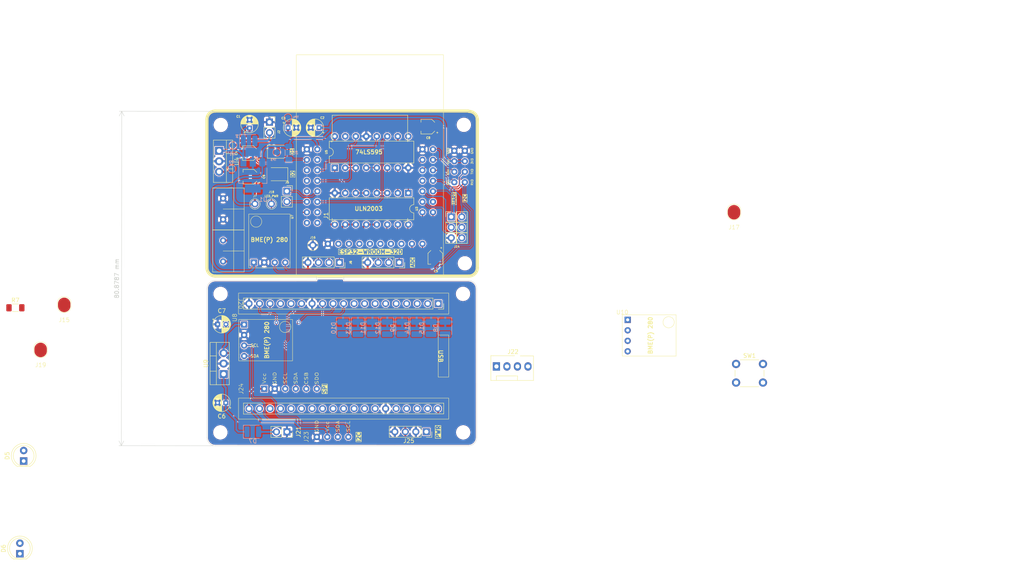
<source format=kicad_pcb>
(kicad_pcb (version 20240108) (generator "pcbnew") (generator_version "8.0")
  (layers (0 "F.Cu" signal) (31 "B.Cu" signal) (34 "B.Paste" user) (35 "F.Paste" user) (36 "B.SilkS" user "B.Silkscreen") (37 "F.SilkS" user "F.Silkscreen") (38 "B.Mask" user) (39 "F.Mask" user) (44 "Edge.Cuts" user))
  (net 0 "")
  (net 1 "GND")
  (net 2 "+3V3")
  (net 3 "+5V")
  (net 4 "/RXD")
  (net 5 "/TXD")
  (net 6 "/SDA")
  (net 7 "/GPIO_33")
  (net 8 "/SCL")
  (net 9 "/OUT3")
  (net 10 "/EN")
  (net 11 "/SOURCE2")
  (net 12 "/SOURCE1")
  (net 13 "/SOURCE3")
  (net 14 "/VDC")
  (net 15 "/DAC1")
  (net 16 "/DAC2")
  (net 17 "/GPIO39")
  (net 18 "/GPIO19")
  (net 19 "/GPIO17")
  (net 20 "/GPIO5")
  (net 21 "/GPIO18")
  (net 22 "/SD_DATA0")
  (net 23 "/ADC2_CH3")
  (net 24 "/SD_DATA3")
  (net 25 "/SD_CMD")
  (net 26 "/SD_CLK")
  (net 27 "/SD_DATA2")
  (net 28 "/SD_DATA1")
  (net 29 "/ADC2_CH0")
  (net 30 "/GPIO23")
  (net 31 "/GPIO36")
  (net 32 "/ADC2_CH2")
  (net 33 "/BOOT")
  (net 34 "/GPIO13")
  (net 35 "/SOURCE4")
  (net 36 "/SOURCE5")
  (net 37 "/SIPO_DATA")
  (net 38 "/SIPO_CLK")
  (net 40 "/SIPO_LATCH")
  (net 41 "/GPIO14")
  (net 43 "/I3")
  (net 44 "/I6")
  (net 45 "/I7")
  (net 46 "/I5")
  (net 47 "/OUT1")
  (net 48 "/VIN")
  (net 49 "/I1")
  (net 52 "Net-(D5-Pad1)")
  (net 53 "Net-(J15-Pin_1)")
  (net 54 "Net-(J19-Pin_1)")
  (net 55 "/OUT2")
  (net 67 "/RX")
  (net 72 "/TX")
  (net 83 "/SCL-2")
  (net 84 "/SDA-2")
  (net 87 "/12V")
  (net 89 "/QB-2")
  (net 90 "/QC-2")
  (net 91 "/QE-2")
  (net 92 "/QA-2")
  (net 93 "/QD-2")
  (net 94 "/QG-2")
  (net 95 "/QH-2")
  (net 96 "/QF-2")
  (net 97 "/SPI-SDO")
  (net 98 "/SPI-CSB")
  (net 99 "/SPI-SCL")
  (net 100 "/SPI-SDA")
  (net 101 "/D23")
  (net 102 "/D18")
  (footprint "Capacitor_THT:CP_Radial_D4.0mm_P2.00mm" (layer "F.Cu") (at 107 44.2 180)
    (property "Reference" "C2")
    (property "Value" "1uF")
  )
  (footprint "LED_SMD:LED_1210_3225Metric_Pad1.42x2.65mm_HandSolder" (layer "F.Cu") (at 97 55.45 180)
    (property "Reference" "D2")
    (property "Value" "STATUS")
  )
  (footprint "Capacitor_SMD:CP_Elec_3x5.3" (layer "F.Cu") (at 90.3 50.35 180)
    (property "Reference" "C4")
    (property "Value" "0.1uF")
  )
  (footprint "Resistor_SMD:R_1206_3216Metric_Pad1.30x1.75mm_HandSolder" (layer "F.Cu") (at 33.612 87.7585)
    (property "Reference" "R7")
    (property "Value" "4K7")
  )
  (footprint "LED_THT:LED_D5.0mm" (layer "F.Cu") (at 34.7 147.25 90)
    (property "Reference" "D6")
    (property "Value" "LED_STATUS")
  )
  (footprint "Button_Switch_THT:SW_PUSH_6mm" (layer "F.Cu") (at 207.8 101.35)
    (property "Reference" "SW1")
    (property "Value" "SW_Push")
  )
  (footprint "Connector:FanPinHeader_1x04_P2.54mm_Vertical" (layer "F.Cu") (at 149.88 101.95)
    (property "Reference" "J22")
    (property "Value" "Conn_01x04_Pin")
  )
  (footprint "Alexander Footprint Library:Pad_1x01_P2.54_SMD" (layer "F.Cu") (at 39.712 102.098)
    (property "Reference" "J19")
    (property "Value" "LED_PWR")
  )
  (footprint "Alexanddr Footprints Library:ESP32-WROOM-Adapter-Socket-2" (layer "F.Cu") (at 119.3 57.04)
    (property "Reference" "J1")
    (property "Value" "~")
  )
  (footprint "Alexander Footprint Library:Pad_1x01_P2.54_SMD" (layer "F.Cu") (at 45.412 91.198)
    (property "Reference" "J15")
    (property "Value" "LED_PWR")
  )
  (footprint "MountingHole:MountingHole_3mm" (layer "F.Cu") (at 142 43.5)
    (property "Reference" "H1" (hide yes))
    (property "Value" "MountingHole_Pad")
  )
  (footprint "Connector_PinSocket_2.54mm:PinSocket_1x02_P2.54mm_Vertical" (layer "F.Cu") (at 99.25 117.775 -90)
    (property "Reference" "J21")
    (property "Value" "PWR")
  )
  (footprint "MountingHole:MountingHole_3mm" (layer "F.Cu") (at 83.25 43.53)
    (property "Reference" "H2" (hide yes))
    (property "Value" "MountingHole_Pad")
  )
  (footprint "Package_DIP:DIP-16_W7.62mm" (layer "F.Cu") (at 128.58 60 -90)
    (property "Reference" "U3")
    (property "Value" "ULN2003")
  )
  (footprint "Alexander Footprints Library:Conn_Terminal_5mm" (layer "F.Cu") (at 83.82 53.69)
    (property "Reference" "J9" (hide yes))
    (property "Value" "Conn_01x02_Socket")
  )
  (footprint "Alexander Footprint Library:Pad_1x01_P2.54_SMD" (layer "F.Cu") (at 207.3 68.7895)
    (property "Reference" "J17")
    (property "Value" "GND")
  )
  (footprint "MountingHole:MountingHole_3mm" (layer "F.Cu") (at 141.85 117.9)
    (property "Reference" "H4" (hide yes))
    (property "Value" "MountingHole_Pad")
  )
  (footprint "Capacitor_THT:CP_Radial_D4.0mm_P2.00mm" (layer "F.Cu") (at 82.5 91.75)
    (property "Reference" "C7")
    (property "Value" "1uF")
  )
  (footprint "Connector_PinSocket_2.54mm:PinSocket_1x04_P2.54mm_Vertical" (layer "F.Cu") (at 132.94 117.75 -90)
    (property "Reference" "J25")
    (property "Value" "PWR_SATA_Conn_01x04")
  )
  (footprint "Capacitor_SMD:CP_Elec_3x5.3" (layer "F.Cu") (at 90.4 56.05 180)
    (property "Reference" "C9")
    (property "Value" "0.1uF")
  )
  (footprint "Package_DIP:DIP-16_W7.62mm" (layer "F.Cu") (at 110.8 53.9 90)
    (property "Reference" "U5")
    (property "Value" "74LS595")
  )
  (footprint "Alexander Footprint Library:PinSocket_1x01_P2.54" (layer "F.Cu") (at 91.5 65.19)
    (property "Reference" "J7")
    (property "Value" "LED_PWR")
  )
  (footprint "Alexander Footprint Library:Conn_SPI" (layer "F.Cu") (at 88.68 107.35 90)
    (property "Reference" "J24")
    (property "Value" "~")
  )
  (footprint "Connector_PinSocket_2.54mm:PinSocket_1x02_P2.54mm_Vertical" (layer "F.Cu") (at 95.025 42.85)
    (property "Reference" "J2")
    (property "Value" "PWR")
  )
  (footprint "Connector_PinSocket_2.54mm:PinSocket_1x04_P2.54mm_Vertical" (layer "F.Cu") (at 111.94 76.8 -90)
    (property "Reference" "J6")
    (property "Value" "SOURCE")
  )
  (footprint "MountingHole:MountingHole_3mm" (layer "F.Cu") (at 83.15 117.9)
    (property "Reference" "H4" (hide yes))
    (property "Value" "MountingHole_Pad")
  )
  (footprint "Connector_PinSocket_2.54mm:PinSocket_1x04_P2.54mm_Vertical" (layer "F.Cu") (at 126.38 76.8 -90)
    (property "Reference" "J10" (hide yes))
    (property "Value" "ADC")
  )
  (footprint "Capacitor_SMD:CP_Elec_3x5.3" (layer "F.Cu") (at 135.1 75.45 -90)
    (property "Reference" "C5")
    (property "Value" "0.1uF")
  )
  (footprint "MountingHole:MountingHole_3mm" (layer "F.Cu") (at 141.8 84.4)
    (property "Reference" "H4" (hide yes))
    (property "Value" "MountingHole_Pad")
  )
  (footprint "Capacitor_THT:CP_Radial_D4.0mm_P2.00mm" (layer "F.Cu") (at 99.5 44.2)
    (property "Reference" "C3")
    (property "Value" "1uF")
  )
  (footprint "Alexander Footprint Library:Conn_ESP32_WROOM-DevKit-38pins" (layer "F.Cu") (at 87.54 86.75 -90)
    (property "Reference" "J20")
    (property "Value" "~")
  )
  (footprint "Capacitor_SMD:CP_Elec_3x5.3" (layer "F.Cu") (at 133.4 43.95 180)
    (property "Reference" "C8")
    (property "Value" "10uF")
  )
  (footprint "Alexander Footprint Library:LD1117" (layer "F.Cu") (at 83.945 103.79 90)
    (property "Reference" "U9")
    (property "Value" "L7805")
  )
  (footprint "Alexander Footprint Library:PinSocket_1x01_P2.54" (layer "F.Cu") (at 95.5 65.19)
    (property "Reference" "J18")
    (property "Value" "LED_PWR")
  )
  (footprint "Alexander Footprint Library:Conn_I2C" (layer "F.Cu") (at 98.84 119 90)
    (property "Reference" "J23")
    (property "Value" "I2C")
  )
  (footprint "Capacitor_THT:CP_Radial_D4.0mm_P2.00mm" (layer "F.Cu") (at 84.4726 110.75 180)
    (property "Reference" "C6")
    (property "Value" "1uF")
  )
  (footprint "Alexander Footprint Library:BME280_BMP280_I2C" (layer "F.Cu") (at 180.3 89.45)
    (property "Reference" "U10")
    (property "Value" "BME(P)280")
  )
  (footprint "MountingHole:MountingHole_3mm" (layer "F.Cu") (at 83.2 84.4)
    (property "Reference" "H4" (hide yes))
    (property "Value" "MountingHole_Pad")
  )
  (footprint "Connector_PinSocket_2.54mm:PinSocket_1x02_P2.54mm_Vertical" (layer "F.Cu") (at 99.225 59.55)
    (property "Reference" "J5")
    (property "Value" "DAC")
  )
  (footprint "Alexander Footprint Library:CONN_2x3" (layer "F.Cu") (at 138.96 60.68)
    (property "Reference" "J14")
    (property "Value" "GPIO")
  )
  (footprint "Alexander Footprints Library:Conn_UART" (layer "F.Cu") (at 139.7 42.15)
    (property "Reference" "J3" (hide yes))
    (property "Value" "UART")
  )
  (footprint "Alexander Footprint Library:PinSocket_1x01_P2.54" (layer "F.Cu") (at 105.5 75.19)
    (property "Reference" "J16")
    (property "Value" "GND")
  )
  (footprint "Capacitor_THT:CP_Radial_D4.0mm_P2.00mm" (layer "F.Cu") (at 90.2 44.3 90)
    (property "Reference" "C1")
    (property "Value" "1uF")
  )
  (footprint "Alexander Footprint Library:BME280_BMP280_I2C" (layer "F.Cu") (at 90 78.1 90)
    (property "Reference" "U7")
    (property "Value" "BME(P)280")
  )
  (footprint "Alexander Footprint Library:LD1117" (layer "F.Cu") (at 82.855 49.77 -90)
    (property "Reference" "U4")
    (property "Value" "L7805")
  )
  (footprint "Alexander Footprints Library:Conn_I2C" (layer "F.Cu") (at 142.24 42.15)
    (property "Reference" "J4" (hide yes))
    (property "Value" "I2C")
  )
  (footprint "LED_THT:LED_D5.0mm" (layer "F.Cu") (at 35.612 124.8335 90)
    (property "Reference" "D5")
    (property "Value" "LED_PWR")
  )
  (footprint "Alexander Footprint Library:BME280_BMP280_I2C" (layer "F.Cu") (at 87.6 90.59)
    (property "Reference" "U8")
    (property "Value" "BME(P)280")
  )
  (footprint "LED_SMD:LED_1210_3225Metric_Pad1.42x2.65mm_HandSolder" (layer "F.Cu") (at 97 50)
    (property "Reference" "D1")
    (property "Value" "PWR")
  )
  (footprint "MountingHole:MountingHole_3mm" (layer "F.Cu") (at 142.25 77)
    (property "Reference" "H4" (hide yes))
    (property "Value" "MountingHole_Pad")
  )
  (footprint "Alexander Footprints Library:Conn_Terminal_5mm" (layer "F.Cu") (at 83.82 63.85)
    (property "Reference" "J8" (hide yes))
    (property "Value" "Conn_01x02_Socket")
  )
  (footprint "TestPoint:TestPoint_Pad_D1.5mm" (layer "B.Cu") (at 99.5 41.75 180)
    (property "Reference" "TP4")
    (property "Value" "5V")
  )
  (footprint "LED_SMD:LED_1210_3225Metric_Pad1.42x2.65mm_HandSolder" (layer "B.Cu") (at 127.1 92.65 -90)
    (property "Reference" "D9")
    (property "Value" "PWR")
  )
  (footprint "TestPoint:TestPoint_Pad_D1.5mm" (layer "B.Cu") (at 96.8 50.15 180)
    (property "Reference" "TP3")
    (property "Value" "3V3")
  )
  (footprint "LED_SMD:LED_1210_3225Metric_Pad1.42x2.65mm_HandSolder" (layer "B.Cu") (at 119.9 92.65 -90)
    (property "Reference" "D11")
    (property "Value" "PWR")
  )
  (footprint "Diode_SMD:D_1210_3225Metric" (layer "B.Cu") (at 91 117.75)
    (property "Reference" "D7")
    (property "Value" "D")
  )
  (footprint "LED_SMD:LED_1210_3225Metric_Pad1.42x2.65mm_HandSolder" (layer "B.Cu") (at 134.1 92.65 -90)
    (property "Reference" "D15")
    (property "Value" "PWR")
  )
  (footprint "Resistor_SMD:R_1206_3216Metric_Pad1.30x1.75mm_HandSolder" (layer "B.Cu") (at 99.7 50.25 -90)
    (property "Reference" "R1")
    (property "Value" "10K")
  )
  (footprint "Diode_SMD:D_1210_3225Metric" (layer "B.Cu") (at 90.1 47.4)
    (property "Reference" "D4")
    (property "Value" "D")
  )
  (footprint "LED_SMD:LED_1210_3225Metric_Pad1.42x2.65mm_HandSolder" (layer "B.Cu") (at 130.6 92.65 -90)
    (property "Reference" "D14")
    (property "Value" "PWR")
  )
  (footprint "TestPoint:TestPoint_Pad_D1.5mm" (layer "B.Cu") (at 86.2 48.45 180)
    (property "Reference" "TP1")
    (property "Value" "VIN")
  )
  (footprint "LED_SMD:LED_1210_3225Metric_Pad1.42x2.65mm_HandSolder" (layer "B.Cu") (at 123.5 92.65 -90)
    (property "Reference" "D12")
    (property "Value" "PWR")
  )
  (footprint "TestPoint:TestPoint_Pad_D1.5mm" (layer "B.Cu") (at 85.9 54.15 180)
    (property "Reference" "TP2")
    (property "Value" "GND")
  )
  (footprint "LED_SMD:LED_1210_3225Metric_Pad1.42x2.65mm_HandSolder" (layer "B.Cu") (at 116.4 92.65 -90)
    (property "Reference" "D13")
    (property "Value" "PWR")
  )
  (footprint "LED_SMD:LED_1210_3225Metric_Pad1.42x2.65mm_HandSolder" (layer "B.Cu") (at 112.8 92.65 -90)
    (property "Reference" "D10")
    (property "Value" "PWR")
  )
  (footprint "Package_TO_SOT_SMD:SOT-223-3_TabPin2" (layer "B.Cu") (at 91 55.75 -90)
    (property "Reference" "U1")
    (property "Value" "MAX1726EUK33")
  )
  (footprint "LED_SMD:LED_1210_3225Metric_Pad1.42x2.65mm_HandSolder" (layer "B.Cu") (at 137.5 92.65 -90)
    (property "Reference" "D8")
    (property "Value" "PWR")
  )
  (gr_line (start 145.25 42.11421) (end 145.25 78.085782) (stroke (width 0.75)) (layer "F.SilkS"))
  (gr_line (start 81.914218 40.164218) (end 143.08579 40.164218) (stroke (width 0.75)) (layer "F.SilkS"))
  (gr_arc (start 145.25 78.085782) (mid 144.66422 79.500007) (end 143.25 80.085782) (stroke (width 0.75)) (layer "F.SilkS"))
  (gr_line (start 79.914218 42.11421) (end 79.914218 78.085782) (stroke (width 0.75)) (layer "F.SilkS"))
  (gr_arc (start 81.914218 80.085782) (mid 80.499999 79.500001) (end 79.914218 78.085782) (stroke (width 0.75)) (layer "F.SilkS"))
  (gr_arc (start 143.25 40.25) (mid 144.664214 40.835786) (end 145.25 42.25) (stroke (width 0.75)) (layer "F.SilkS"))
  (gr_arc (start 79.914218 42.164218) (mid 80.499999 40.749999) (end 81.914218 40.164218) (stroke (width 0.75)) (layer "F.SilkS"))
  (gr_line (start 81.914214 80.085782) (end 143.085786 80.085782) (stroke (width 0.75)) (layer "F.SilkS"))
  (gr_line (start 82.014214 80.235786) (end 106.4 80.25) (stroke (width 0.1)) (layer "Edge.Cuts"))
  (gr_line (start 80 42.25) (end 80.014214 78.235786) (stroke (width 0.1)) (layer "Edge.Cuts"))
  (gr_arc (start 79.921321 83.157107) (mid 80.507106 81.742896) (end 81.921321 81.157107) (stroke (width 0.1)) (layer "Edge.Cuts"))
  (gr_line (start 81.921321 121.128679) (end 143.107107 121.142893) (stroke (width 0.1)) (layer "Edge.Cuts"))
  (gr_arc (start 81.921321 121.128679) (mid 80.507101 120.542899) (end 79.921321 119.128679) (stroke (width 0.1)) (layer "Edge.Cuts"))
  (gr_line (start 143.092893 81.157107) (end 113 81.15) (stroke (width 0.1)) (layer "Edge.Cuts"))
  (gr_arc (start 145.107107 119.142893) (mid 144.521321 120.557107) (end 143.107107 121.142893) (stroke (width 0.1)) (layer "Edge.Cuts"))
  (gr_line (start 106.4 81.15) (end 81.921321 81.157107) (stroke (width 0.1)) (layer "Edge.Cuts"))
  (gr_arc (start 143.185786 40.264214) (mid 144.600004 40.849996) (end 145.185786 42.264214) (stroke (width 0.1)) (layer "Edge.Cuts"))
  (gr_line (start 113 80.25) (end 143.185786 80.235786) (stroke (width 0.1)) (layer "Edge.Cuts"))
  (gr_arc (start 82.014214 80.235786) (mid 80.599996 79.650004) (end 80.014214 78.235786) (stroke (width 0.1)) (layer "Edge.Cuts"))
  (gr_line (start 145.185786 42.264214) (end 145.185786 78.235786) (stroke (width 0.1)) (layer "Edge.Cuts"))
  (gr_arc (start 80 42.25) (mid 80.585786 40.835786) (end 82 40.25) (stroke (width 0.1)) (layer "Edge.Cuts"))
  (gr_line (start 145.107107 119.142893) (end 145.092893 83.157107) (stroke (width 0.1)) (layer "Edge.Cuts"))
  (gr_line (start 79.921321 119.128679) (end 79.921321 83.157107) (stroke (width 0.1)) (layer "Edge.Cuts"))
  (gr_line (start 106.4 81.15) (end 106.4 80.25) (stroke (width 0.1)) (layer "Edge.Cuts"))
  (gr_arc (start 145.185786 78.235786) (mid 144.600004 79.650004) (end 143.185786 80.235786) (stroke (width 0.1)) (layer "Edge.Cuts"))
  (gr_arc (start 143.092893 81.157107) (mid 144.507112 81.742888) (end 145.092893 83.157107) (stroke (width 0.1)) (layer "Edge.Cuts"))
  (gr_line (start 113 81.15) (end 113 80.25) (stroke (width 0.1)) (layer "Edge.Cuts"))
  (gr_line (start 143.185786 40.264214) (end 82 40.25) (stroke (width 0.1)) (layer "Edge.Cuts"))
  (gr_text "SCL" (at 90.4 96.85 0) (layer "F.SilkS") (effects (font (size 0.7 0.7) (thickness 0.125) (bold yes)) (justify left)))
  (gr_text "ADC" (at 130.1 78.05 90) (layer "F.SilkS" knockout) (effects (font (size 0.8 0.8) (thickness 0.2) (bold yes)) (justify left bottom)))
  (gr_text "SDA" (at 90.4 99.45 0) (layer "F.SilkS") (effects (font (size 0.7 0.7) (thickness 0.125) (bold yes)) (justify left)))
  (gr_text "PWR" (at 136.4 119.55 90) (layer "F.SilkS" knockout) (effects (font (size 1 1) (thickness 0.25) (bold yes)) (justify left bottom)))
  (gr_text "74LS595" (at 119.057143 50.1 0) (layer "F.SilkS") (effects (font (size 1 1) (thickness 0.2) (bold yes))))
  (gr_text "ULN2003" (at 115.5 64.374 0) (layer "F.SilkS") (effects (font (size 1 1) (thickness 0.2) (bold yes)) (justify left bottom)))
  (dimension (type aligned) (layer "Edge.Cuts") (pts (xy 81.921321 121.128679) (xy 82 40.25)) (height -22.6907) (gr_text "80.8787 mm" (at 58.119973 80.666146 89.94426182) (layer "Edge.Cuts") (effects (font (size 1 1) (thickness 0.15)))) (format (prefix "") (suffix "") (units 3) (units_format 1) (precision 4)) (style (thickness 0.1) (arrow_length 1.27) (text_position_mode 0) (extension_height 0.58642) (extension_offset 0.5) keep_text_aligned))
  (segment (start 84.21 66) (end 83.82 66.39) (width 0.5) (layer "F.Cu") (net 1))
  (segment (start 91.5 59.65) (end 91.9 59.25) (width 0.5) (layer "F.Cu") (net 2))
  (segment (start 90.08 108.57) (end 90.08 112.15) (width 0.5) (layer "F.Cu") (net 2))
  (segment (start 139.7 52.31) (end 138.56 52.31) (width 0.25) (layer "F.Cu") (net 2))
  (segment (start 91.3 107.35) (end 90.08 108.57) (width 0.5) (layer "F.Cu") (net 2))
  (segment (start 91.9 59.25) (end 91.9 56.05) (width 0.5) (layer "F.Cu") (net 2))
  (segment (start 137.2 43.95) (end 134.9 43.95) (width 0.25) (layer "F.Cu") (net 2))
  (segment (start 138.56 52.31) (end 137.6 51.35) (width 0.25) (layer "F.Cu") (net 2))
  (segment (start 93.76 107.35) (end 91.3 107.35) (width 0.5) (layer "F.Cu") (net 2))
  (segment (start 91.5 62.62) (end 91.5 59.65) (width 0.5) (layer "F.Cu") (net 2))
  (segment (start 137.6 51.35) (end 137.6 44.35) (width 0.25) (layer "F.Cu") (net 2))
  (segment (start 137.6 44.35) (end 137.2 43.95) (width 0.25) (layer "F.Cu") (net 2))
  (segment (start 96.075 48.7) (end 97.525 48.7) (width 0.5) (layer "B.Cu") (net 2))
  (segment (start 109.408578 44.2) (end 107 44.2) (width 0.5) (layer "B.Cu") (net 2))
  (segment (start 93.21 115.25) (end 101 115.25) (width 0.5) (layer "B.Cu") (net 2))
  (segment (start 81.3 75.997918) (end 81.3 59.75104) (width 0.5) (layer "B.Cu") (net 2))
  (segment (start 93.3 54.905025) (end 93.3 52.6) (width 0.5) (layer "B.Cu") (net 2))
  (segment (start 100 48.7) (end 100 48.03033) (width 0.5) (layer "B.Cu") (net 2))
  (segment (start 139.13 52.31) (end 139.7 52.31) (width 0.5) (layer "B.Cu") (net 2))
  (segment (start 138.156949 51.906949) (end 138.03 51.78) (width 0.5) (layer "B.Cu") (net 2))
  (segment (start 109 117.5) (end 109 119) (width 0.5) (layer "B.Cu") (net 2))
  (segment (start 106.6 48.627817) (end 106.6 49.299791) (width 0.5) (layer "B.Cu") (net 2))
  (segment (start 84.202081 78.9) (end 89.990883 78.9) (width 0.5) (layer "B.Cu") (net 2))
  (segment (start 109.75 45) (end 109.75 44.141421) (width 0.5) (layer "B.Cu") (net 2))
  (segment (start 109.75 43.858578) (end 109.75 44.141421) (width 0.5) (layer "B.Cu") (net 2))
  (segment (start 104.722182 46.75) (end 106.277817 46.75) (width 0.5) (layer "B.Cu") (net 2))
  (segment (start 139.7 52.31) (end 142.24 52.31) (width 0.5) (layer "B.Cu") (net 2))
  (segment (start 137.5 50.500466) (end 137.5 43.883883) (width 0.5) (layer "B.Cu") (net 2))
  (segment (start 88.207106 62.75) (end 91.5 62.75) (width 0.5) (layer "B.Cu") (net 2))
  (segment (start 86.5 61.042893) (end 86.5 57.5) (width 0.5) (layer "B.Cu") (net 2))
  (segment (start 106.277817 46.75) (end 108 46.75) (width 0.5) (layer "B.Cu") (net 2))
  (segment (start 101 115.25) (end 102.5 116.75) (width 0.5) (layer "B.Cu") (net 2))
  (segment (start 91.22 77.670883) (end 91.22 76.8) (width 0.5) (layer "B.Cu") (net 2))
  (segment (start 89.455634 56.1) (end 92.105025 56.1) (width 0.5) (layer "B.Cu") (net 2))
  (segment (start 96.075 48.7) (end 95.177817 48.7) (width 0.5) (layer "B.Cu") (net 2))
  (segment (start 90.11 112.15) (end 93.21 115.25) (width 0.5) (layer "B.Cu") (net 2))
  (segment (start 108.25 116.75) (end 109 117.5) (width 0.5) (layer "B.Cu") (net 2))
  (segment (start 104.722182 46.75) (end 101.28033 46.75) (width 0.5) (layer "B.Cu") (net 2))
  (segment (start 108 46.75) (end 109.75 45) (width 0.5) (layer "B.Cu") (net 2))
  (segment (start 96.8 49.425) (end 96.8 50.15) (width 0.25) (layer "B.Cu") (net 2))
  (segment (start 109.75 43.625) (end 109.75 43.858578) (width 0.5) (layer "B.Cu") (net 2))
  (segment (start 110.015165 42.984834) (end 110.5 42.5) (width 0.5) (layer "B.Cu") (net 2))
  (segment (start 93.3 52.6) (end 93.3 50.577817) (width 0.5) (layer "B.Cu") (net 2))
  (segment (start 82.75104 58.3) (end 84.144365 58.3) (width 0.5) (layer "B.Cu") (net 2))
  (segment (start 106.685 49.335) (end 106.77 49.25) (width 0.5) (layer "B.Cu") (net 2))
  (segment (start 102.5 116.75) (end 108.25 116.75) (width 0.5) (layer "B.Cu") (net 2))
  (segment (start 112.31066 41.75) (end 135.366116 41.75) (width 0.5) (layer "B.Cu") (net 2))
  (segment (start 100 48.7) (end 97.525 48.7) (width 0.5) (layer "B.Cu") (net 2))
  (arc (start 136.875 42.375) (mid 137.337567 43.067281) (end 137.5 43.883883) (width 0.5) (layer "B.Cu") (net 2))
  (arc (start 137.5 50.500466) (mid 137.637742 51.192944) (end 138.03 51.78) (width 0.5) (layer "B.Cu") (net 2))
  (arc (start 93.3 54.905025) (mid 93.209037 55.362322) (end 92.95 55.75) (width 0.5) (layer "B.Cu") (net 2))
  (arc (start 86.8 57.2) (mid 85.581584 58.014119) (end 84.144365 58.3) (width 0.5) (layer "B.Cu") (net 2))
  (arc (start 106.6 49.299791) (mid 106.630737 49.345793) (end 106.685 49.335) (width 0.5) (layer "B.Cu") (net 2))
  (arc (start 89.455634 56.1) (mid 88.018415 56.38588) (end 86.8 57.2) (width 0.5) (layer "B.Cu") (net 2))
  (arc (start 86.5 61.042893) (mid 86.629945 61.696174) (end 87 62.25) (width 0.5) (layer "B.Cu") (net 2))
  (arc (start 82.75104 58.3) (mid 82.195751 58.410453) (end 81.725 58.725) (width 0.5) (layer "B.Cu") (net 2))
  (arc (start 92.95 55.75) (mid 92.562322 56.009037) (end 92.105025 56.1) (width 0.5) (layer "B.Cu") (net 2))
  (arc (start 95.177817 48.7) (mid 94.459207 48.84294) (end 93.85 49.25) (width 0.5) (layer "B.Cu") (net 2))
  (arc (start 96.8 49.425) (mid 96.587652 48.912347) (end 96.075 48.7) (width 0.25) (layer "B.Cu") (net 2))
  (arc (start 82.15 78.05) (mid 83.091502 78.679092) (end 84.202081 78.9) (width 0.5) (layer "B.Cu") (net 2))
  (arc (start 110.015165 42.984834) (mid 109.818914 43.278544) (end 109.75 43.625) (width 0.5) (layer "B.Cu") (net 2))
  (arc (start 109.75 44.141421) (mid 109.713838 44.087301) (end 109.65 44.1) (width 0.5) (layer "B.Cu") (net 2))
  (arc (start 136.875 42.375) (mid 136.182718 41.912432) (end 135.366116 41.75) (width 0.5) (layer "B.Cu") (net 2))
  (arc (start 93.85 49.25) (mid 93.44294 49.859207) (end 93.3 50.577817) (width 0.5) (layer "B.Cu") (net 2))
  (arc (start 90.86 78.54) (mid 90.461245 78.806439) (end 89.990883 78.9) (width 0.5) (layer "B.Cu") (net 2))
  (arc (start 109.65 44.1) (mid 109.539234 44.17401) (end 109.408578 44.2) (width 0.5) (layer "B.Cu") (net 2))
  (arc (start 87 62.25) (mid 87.553825 62.620054) (end 88.207106 62.75) (width 0.5) (layer "B.Cu") (net 2))
  (arc (start 81.725 58.725) (mid 81.410453 59.195751) (end 81.3 59.75104) (width 0.5) (layer "B.Cu") (net 2))
  (arc (start 106.05 47.3) (mid 105.440792 46.89294) (end 104.722182 46.75) (width 0.5) (layer "B.Cu") (net 2))
  (arc (start 138.156949 51.906949) (mid 138.603388 52.20525) (end 139.13 52.31) (width 0.5) (layer "B.Cu") (net 2))
  (arc (start 101.28033 46.75) (mid 100.790368 46.847459) (end 100.375 47.125) (width 0.5) (layer "B.Cu") (net 2))
  (arc (start 106.05 47.3) (mid 106.457059 47.909207) (end 106.6 48.627817) (width 0.5) (layer "B.Cu") (net 2))
  (arc (start 106.277817 46.75) (mid 105.980159 46.948888) (end 106.05 47.3) (width 0.5) (layer "B.Cu") (net 2))
  (arc (start 91.22 77.670883) (mid 91.126439 78.141245) (end 90.86 78.54) (width 0.5) (layer "B.Cu") (net 2))
  (arc (start 109.65 44.1) (mid 109.72401 43.989234) (end 109.75 43.858578) (width 0.5) (layer "B.Cu") (net 2))
  (arc (start 112.31066 41.75) (mid 111.330737 41.944918) (end 110.5 42.5) (width 0.5) (layer "B.Cu") (net 2))
  (arc (start 100.375 47.125) (mid 100.097459 47.540368) (end 100 48.03033) (width 0.5) (layer "B.Cu") (net 2))
  (arc (start 81.3 75.997918) (mid 81.520907 77.108496) (end 82.15 78.05) (width 0.5) (layer "B.Cu") (net 2))
  (segment (start 99.5 45.693413) (end 99.5 44.2) (width 0.5) (layer "F.Cu") (net 3))
  (segment (start 98.6375 46.9625) (end 99.2125 46.3875) (width 0.5) (layer "F.Cu") (net 3))
  (segment (start 83.945 98.71) (end 86.21 98.71) (width 0.5) (layer "F.Cu") (net 3))
  (segment (start 86.75 99.25) (end 86.75 100) (width 0.5) (layer "F.Cu") (net 3))
  (segment (start 127.86 116.39) (end 129 115.25) (width 0.5) (layer "F.Cu") (net 3))
  (segment (start 126.04 46.28) (end 126.04 48.251906) (width 0.5) (layer "F.Cu") (net 3))
  (segment (start 108.3 49.803553) (end 108.3 65.537329) (width 0.5) (layer "F.Cu") (net 3))
  (segment (start 108.3 49.803553) (end 108.3 49.096446) (width 0.5) (layer "F.Cu") (net 3))
  (segment (start 129 115.25) (end 135.25 115.25) (width 0.5) (layer "F.Cu") (net 3))
  (segment (start 135.81 114.69) (end 135.81 112.15) (width 0.5) (layer "F.Cu") (net 3))
  (segment (start 110.8 46.28) (end 110.8 48.15) (width 0.5) (layer "F.Cu") (net 3))
  (segment (start 86.75 114.25) (end 87.75 115.25) (width 0.5) (layer "F.Cu") (net 3))
  (segment (start 86.75 100) (end 86.75 114.25) (width 0.5) (layer "F.Cu") (net 3))
  (segment (start 110.8 48.15) (end 110 48.95) (width 0.5) (layer "F.Cu") (net 3))
  (segment (start 88.1 47.25) (end 97.943413 47.25) (width 0.5) (layer "F.Cu") (net 3))
  (segment (start 84.9 54.85) (end 85.4 54.35) (width 0.5) (layer "F.Cu") (net 3))
  (segment (start 126.04 48.251906) (end 125.341906 48.95) (width 0.5) (layer "F.Cu") (net 3))
  (segment (start 85.4 54.35) (end 85.4 49.95) (width 0.5) (layer "F.Cu") (net 3))
  (segment (start 127.86 118.65) (end 127.86 116.39) (width 0.5) (layer "F.Cu") (net 3))
  (segment (start 107.608621 46.675) (end 99.331586 46.675) (width 0.5) (layer "F.Cu") (net 3))
  (segment (start 110 48.95) (end 109.153553 48.95) (width 0.5) (layer "F.Cu") (net 3))
  (segment (start 86.21 98.71) (end 86.75 99.25) (width 0.5) (layer "F.Cu") (net 3))
  (segment (start 108.3 49.096446) (end 108.3 47.366378) (width 0.5) (layer "F.Cu") (net 3))
  (segment (start 109.104574 67.204574) (end 108.91 67.01) (width 0.5) (layer "F.Cu") (net 3))
  (segment (start 110.8 46.355) (end 110.725 46.28) (width 0.5) (layer "F.Cu") (net 3))
  (segment (start 135.25 115.25) (end 135.81 114.69) (width 0.5) (layer "F.Cu") (net 3))
  (segment (start 110.1075 67.62) (end 110.695 67.62) (width 0.5) (layer "F.Cu") (net 3))
  (segment (start 82.855 54.85) (end 84.9 54.85) (width 0.5) (layer "F.Cu") (net 3))
  (segment (start 85.4 49.95) (end 88.1 47.25) (width 0.5) (layer "F.Cu") (net 3))
  (segment (start 87.75 115.25) (end 129 115.25) (width 0.5) (layer "F.Cu") (net 3))
  (segment (start 125.341906 48.95) (end 110 48.95) (width 0.5) (layer "F.Cu") (net 3))
  (arc (start 108.0975 46.8775) (mid 108.247371 47.101799) (end 108.3 47.366378) (width 0.5) (layer "F.Cu") (net 3))
  (arc (start 108.3 65.537329) (mid 108.458533 66.334332) (end 108.91 67.01) (width 0.5) (layer "F.Cu") (net 3))
  (arc (start 97.943413 47.25) (mid 98.31905 47.175281) (end 98.6375 46.9625) (width 0.5) (layer "F.Cu") (net 3))
  (arc (start 99.2125 46.3875) (mid 99.175992 46.571035) (end 99.331586 46.675) (width 0.5) (layer "F.Cu") (net 3))
  (arc (start 108.0975 46.8775) (mid 107.8732 46.727628) (end 107.608621 46.675) (width 0.5) (layer "F.Cu") (net 3))
  (arc (start 109.104574 67.204574) (mid 109.56472 67.512034) (end 110.1075 67.62) (width 0.5) (layer "F.Cu") (net 3))
  (arc (start 108.55 49.2) (mid 108.364972 49.476912) (end 108.3 49.803553) (width 0.5) (layer "F.Cu") (net 3))
  (arc (start 108.3 49.096446) (mid 108.390403 49.231745) (end 108.55 49.2) (width 0.5) (layer "F.Cu") (net 3))
  (arc (start 99.331586 46.675) (mid 98.955949 46.749718) (end 98.6375 46.9625) (width 0.5) (layer "F.Cu") (net 3))
  (arc (start 109.153553 48.95) (mid 108.826912 49.014972) (end 108.55 49.2) (width 0.5) (layer "F.Cu") (net 3))
  (arc (start 99.5 45.693413) (mid 99.425281 46.06905) (end 99.2125 46.3875) (width 0.5) (layer "F.Cu") (net 3))
  (segment (start 83.945 97.305) (end 84.5 96.75) (width 0.5) (layer "B.Cu") (net 3))
  (segment (start 84.5 94.05) (end 84.5 91.75) (width 0.5) (layer "B.Cu") (net 3))
  (segment (start 88.9 91.81) (end 86.74 91.81) (width 0.5) (layer "B.Cu") (net 3))
  (segment (start 83.945 98.71) (end 83.945 97.305) (width 0.5) (layer "B.Cu") (net 3))
  (segment (start 86.74 91.81) (end 84.5 94.05) (width 0.5) (layer "B.Cu") (net 3))
  (segment (start 84.5 96.75) (end 84.5 94.05) (width 0.5) (layer "B.Cu") (net 3))
  (segment (start 99.5 42.25) (end 99.5 44.2) (width 0.25) (layer "B.Cu") (net 3))
  (segment (start 139.7 57.35) (end 139.7 57.39) (width 0.25) (layer "F.Cu") (net 4))
  (segment (start 133.25 53.25) (end 135.6 53.25) (width 0.25) (layer "F.Cu") (net 4))
  (segment (start 135.6 53.25) (end 139.7 57.35) (width 0.25) (layer "F.Cu") (net 4))
  (segment (start 132 54.5) (end 133.25 53.25) (width 0.25) (layer "F.Cu") (net 4))
  (segment (start 140.3 57.45) (end 139.3 57.45) (width 0.25) (layer "F.Cu") (net 4))
  (segment (start 136.61 51.96) (end 134.54 51.96) (width 0.25) (layer "F.Cu") (net 5))
  (segment (start 134.74 51.79) (end 134.62 51.91) (width 0.25) (layer "F.Cu") (net 5))
  (segment (start 139.5 54.85) (end 136.61 51.96) (width 0.25) (layer "F.Cu") (net 5))
  (segment (start 139.7 54.85) (end 139.5 54.85) (width 0.25) (layer "F.Cu") (net 5))
  (segment (start 138.59 58.55) (end 140.4 58.55) (width 0.25) (layer "F.Cu") (net 6))
  (segment (start 136.213604 54.5) (end 138 56.286396) (width 0.25) (layer "F.Cu") (net 6))
  (segment (start 138 57.96) (end 138.59 58.55) (width 0.25) (layer "F.Cu") (net 6))
  (segment (start 140.9 56.19) (end 142.24 54.85) (width 0.25) (layer "F.Cu") (net 6))
  (segment (start 140.9 58.05) (end 140.9 56.19) (width 0.25) (layer "F.Cu") (net 6))
  (segment (start 134.54 54.5) (end 136.213604 54.5) (width 0.25) (layer "F.Cu") (net 6))
  (segment (start 138 56.286396) (end 138 57.96) (width 0.25) (layer "F.Cu") (net 6))
  (segment (start 142.24 54.85) (end 142.24 55.51) (width 0.25) (layer "F.Cu") (net 6))
  (segment (start 140.4 58.55) (end 140.9 58.05) (width 0.25) (layer "F.Cu") (net 6))
  (segment (start 141.79 58.74) (end 141 57.95) (width 0.25) (layer "B.Cu") (net 6))
  (segment (start 140.418198 72.781802) (end 143.281802 72.781802) (width 0.25) (layer "B.Cu") (net 6))
  (segment (start 98.84 76.8) (end 98.84 78.09) (width 0.25) (layer "B.Cu") (net 6))
  (segment (start 143.55 64.45) (end 141.79 62.69) (width 0.25) (layer "B.Cu") (net 6))
  (segment (start 134.55 78.65) (end 140.418198 72.781802) (width 0.25) (layer "B.Cu") (net 6))
  (segment (start 141.79 62.69) (end 141.79 58.74) (width 0.25) (layer "B.Cu") (net 6))
  (segment (start 141 56.09) (end 142.24 54.85) (width 0.25) (layer "B.Cu") (net 6))
  (segment (start 98.84 78.09) (end 99.4 78.65) (width 0.25) (layer "B.Cu") (net 6))
  (segment (start 99.4 78.65) (end 134.55 78.65) (width 0.25) (layer "B.Cu") (net 6))
  (segment (start 143.281802 72.781802) (end 143.55 72.513604) (width 0.25) (layer "B.Cu") (net 6))
  (segment (start 143.55 72.513604) (end 143.55 64.45) (width 0.25) (layer "B.Cu") (net 6))
  (segment (start 141 57.95) (end 141 56.09) (width 0.25) (layer "B.Cu") (net 6))
  (segment (start 103.97 59.53) (end 104.14 59.53) (width 0.25) (layer "F.Cu") (net 7))
  (segment (start 137.55 58.146396) (end 138.403604 59) (width 0.25) (layer "F.Cu") (net 8))
  (segment (start 131.5 55.75) (end 136.75 55.75) (width 0.25) (layer "F.Cu") (net 8))
  (segment (start 140.63 59) (end 142.24 57.39) (width 0.25) (layer "F.Cu") (net 8))
  (segment (start 136.75 55.75) (end 137.55 56.55) (width 0.25) (layer "F.Cu") (net 8))
  (segment (start 137.55 56.55) (end 137.55 58.146396) (width 0.25) (layer "F.Cu") (net 8))
  (segment (start 130.745 54.995) (end 131.5 55.75) (width 0.25) (layer "F.Cu") (net 8))
  (segment (start 130.745 53.245) (end 130.745 54.995) (width 0.25) (layer "F.Cu") (net 8))
  (segment (start 132.08 51.91) (end 130.745 53.245) (width 0.25) (layer "F.Cu") (net 8))
  (segment (start 138.403604 59) (end 140.63 59) (width 0.25) (layer "F.Cu") (net 8))
  (segment (start 143.4 73.3) (end 144 72.7) (width 0.25) (layer "B.Cu") (net 8))
  (segment (start 96.95 79.1) (end 134.8 79.1) (width 0.25) (layer "B.Cu") (net 8))
  (segment (start 96.3 76.8) (end 96.3 78.45) (width 0.25) (layer "B.Cu") (net 8))
  (segment (start 144 72.7) (end 144 64.263604) (width 0.25) (layer "B.Cu") (net 8))
  (segment (start 142.24 62.503604) (end 142.24 57.39) (width 0.25) (layer "B.Cu") (net 8))
  (segment (start 96.3 78.45) (end 96.95 79.1) (width 0.25) (layer "B.Cu") (net 8))
  (segment (start 134.8 79.1) (end 140.6 73.3) (width 0.25) (layer "B.Cu") (net 8))
  (segment (start 144 64.263604) (end 142.24 62.503604) (width 0.25) (layer "B.Cu") (net 8))
  (segment (start 140.6 73.3) (end 143.4 73.3) (width 0.25) (layer "B.Cu") (net 8))
  (segment (start 103.27 52.75) (end 104.06 51.96) (width 0.25) (layer "F.Cu") (net 10))
  (segment (start 91.8 52.25) (end 92.3 52.75) (width 0.25) (layer "F.Cu") (net 10))
  (segment (start 92.3 52.75) (end 103.27 52.75) (width 0.25) (layer "F.Cu") (net 10))
  (segment (start 103.72 52.3) (end 104.06 51.96) (width 0.25) (layer "F.Cu") (net 10))
  (segment (start 91.8 50.35) (end 91.8 52.25) (width 0.25) (layer "F.Cu") (net 10))
  (segment (start 100 51.8) (end 103.9 51.8) (width 0.25) (layer "B.Cu") (net 10))
  (segment (start 103.9 51.8) (end 104.06 51.96) (width 0.25) (layer "B.Cu") (net 10))
  (segment (start 113.235 67.62) (end 115.775 67.62) (width 0.5) (layer "F.Cu") (net 11))
  (segment (start 99 73.1) (end 102.7 69.4) (width 0.5) (layer "F.Cu") (net 11))
  (segment (start 86.37 71.47) (end 88 73.1) (width 0.5) (layer "F.Cu") (net 11))
  (segment (start 102.7 69.4) (end 111.455 69.4) (width 0.5) (layer "F.Cu") (net 11))
  (segment (start 88 73.1) (end 99 73.1) (width 0.5) (layer "F.Cu") (net 11))
  (segment (start 83.82 71.47) (end 86.37 71.47) (width 0.5) (layer "F.Cu") (net 11))
  (segment (start 111.455 69.4) (end 113.235 67.62) (width 0.5) (layer "F.Cu") (net 11))
  (segment (start 86.275 76.55) (end 88.075 74.75) (width 0.5) (layer "F.Cu") (net 12))
  (segment (start 104.4 70.1) (end 115.835 70.1) (width 0.5) (layer "F.Cu") (net 12))
  (segment (start 99.75 74.75) (end 104.4 70.1) (width 0.5) (layer "F.Cu") (net 12))
  (segment (start 118.315 67.62) (end 120.855 67.62) (width 0.5) (layer "F.Cu") (net 12))
  (segment (start 83.82 76.55) (end 86.275 76.55) (width 0.5) (layer "F.Cu") (net 12))
  (segment (start 115.835 70.1) (end 118.315 67.62) (width 0.5) (layer "F.Cu") (net 12))
  (segment (start 88.075 74.75) (end 99.75 74.75) (width 0.5) (layer "F.Cu") (net 12))
  (segment (start 128.475 67.62) (end 128.475 68.825) (width 0.25) (layer "F.Cu") (net 13))
  (segment (start 125.7 72.8) (end 124.55 73.95) (width 0.25) (layer "F.Cu") (net 13))
  (segment (start 111.94 75.26) (end 111.94 76.8) (width 0.25) (layer "F.Cu") (net 13))
  (segment (start 124.55 73.95) (end 118.622792 73.95) (width 0.25) (layer "F.Cu") (net 13))
  (segment (start 128.475 68.825) (end 125.7 71.6) (width 0.25) (layer "F.Cu") (net 13))
  (segment (start 125.7 71.6) (end 125.7 72.8) (width 0.25) (layer "F.Cu") (net 13))
  (segment (start 117.872792 74.7) (end 112.5 74.7) (width 0.25) (layer "F.Cu") (net 13))
  (segment (start 112.5 74.7) (end 111.94 75.26) (width 0.25) (layer "F.Cu") (net 13))
  (segment (start 118.622792 73.95) (end 117.872792 74.7) (width 0.25) (layer "F.Cu") (net 13))
  (segment (start 96.71 117.775) (end 92.425 117.775) (width 0.5) (layer "B.Cu") (net 14))
  (segment (start 92.425 117.775) (end 92.4 117.75) (width 0.5) (layer "B.Cu") (net 14))
  (segment (start 95.025 46.674479) (end 95.025 45.39) (width 0.5) (layer "B.Cu") (net 14))
  (segment (start 94.299479 47.4) (end 91.5 47.4) (width 0.5) (layer "B.Cu") (net 14))
  (arc (start 95.025 46.674479) (mid 94.969773 46.952124) (end 94.8125 47.1875) (width 0.5) (layer "B.Cu") (net 14))
  (arc (start 94.8125 47.1875) (mid 94.577124 47.344773) (end 94.299479 47.4) (width 0.5) (layer "B.Cu") (net 14))
  (segment (start 105.38 60.8) (end 106.6 59.58) (width 0.25) (layer "B.Cu") (net 15))
  (segment (start 99.225 59.55) (end 101.8 59.55) (width 0.25) (layer "B.Cu") (net 15))
  (segment (start 103.05 60.8) (end 105.38 60.8) (width 0.25) (layer "B.Cu") (net 15))
  (segment (start 101.8 59.55) (end 103.05 60.8) (width 0.25) (layer "B.Cu") (net 15))
  (segment (start 99.225 62.09) (end 100.97 62.09) (width 0.25) (layer "B.Cu") (net 16))
  (segment (start 100.97 62.09) (end 101 62.12) (width 0.25) (layer "B.Cu") (net 16))
  (segment (start 104.03 62.09) (end 104.06 62.12) (width 0.25) (layer "B.Cu") (net 16))
  (segment (start 104.06 62.12) (end 101 62.12) (width 0.25) (layer "B.Cu") (net 16))
  (segment (start 141.5 68.3) (end 140.2 67) (width 0.25) (layer "B.Cu") (net 18))
  (segment (start 136.69 56.99) (end 134.62 56.99) (width 0.25) (layer "B.Cu") (net 18))
  (segment (start 140.2 60.5) (end 136.69 56.99) (width 0.25) (layer "B.Cu") (net 18))
  (segment (start 140.2 67) (end 140.2 60.5) (width 0.25) (layer "B.Cu") (net 18))
  (segment (start 141.5 70.84) (end 140.16 69.5) (width 0.25) (layer "B.Cu") (net 19))
  (segment (start 137.7 69.5) (end 137.1 68.9) (width 0.25) (layer "B.Cu") (net 19))
  (segment (start 140.16 69.5) (end 137.7 69.5) (width 0.25) (layer "B.Cu") (net 19))
  (segment (start 137.1 68.9) (end 137.1 63.84) (width 0.25) (layer "B.Cu") (net 19))
  (segment (start 133.41 63.4) (end 132.08 62.07) (width 0.25) (layer "B.Cu") (net 19))
  (segment (start 137.1 63.84) (end 136.66 63.4) (width 0.25) (layer "B.Cu") (net 19))
  (segment (start 136.66 63.4) (end 133.41 63.4) (width 0.25) (layer "B.Cu") (net 19))
  (segment (start 138.96 65.76) (end 138.96 60.61) (width 0.25) (layer "B.Cu") (net 20))
  (segment (start 137.88 59.53) (end 134.62 59.53) (width 0.25) (layer "B.Cu") (net 20))
  (segment (start 138.96 60.61) (end 137.88 59.53) (width 0.25) (layer "B.Cu") (net 20))
  (segment (start 133.35 60.8) (end 132.08 59.53) (width 0.25) (layer "B.Cu") (net 21))
  (segment (start 138.96 68.3) (end 137.6 66.94) (width 0.25) (layer "B.Cu") (net 21))
  (segment (start 136.75 60.8) (end 133.35 60.8) (width 0.25) (layer "B.Cu") (net 21))
  (segment (start 137.6 66.94) (end 137.6 61.65) (width 0.25) (layer "B.Cu") (net 21))
  (segment (start 137.6 61.65) (end 136.75 60.8) (width 0.25) (layer "B.Cu") (net 21))
  (segment (start 128.85 74.05) (end 129.46 73.44) (width 0.25) (layer "F.Cu") (net 23))
  (segment (start 125.722792 74.05) (end 128.85 74.05) (width 0.25) (layer "F.Cu") (net 23))
  (segment (start 129.46 73.44) (end 129.46 72.28) (width 0.25) (layer "F.Cu") (net 23))
  (segment (start 123.84 76.8) (end 123.84 75.56) (width 0.25) (layer "F.Cu") (net 23))
  (segment (start 123.84 75.56) (end 124.55 74.85) (width 0.25) (layer "F.Cu") (net 23))
  (segment (start 124.922792 74.85) (end 125.722792 74.05) (width 0.25) (layer "F.Cu") (net 23))
  (segment (start 124.55 74.85) (end 124.922792 74.85) (width 0.25) (layer "F.Cu") (net 23))
  (segment (start 121.3 75.2) (end 122.1 74.4) (width 0.25) (layer "F.Cu") (net 29))
  (segment (start 124.736396 74.4) (end 125.536396 73.6) (width 0.25) (layer "F.Cu") (net 29))
  (segment (start 125.536396 73.6) (end 127.5 73.6) (width 0.25) (layer "F.Cu") (net 29))
  (segment (start 132 67.2) (end 132 64.66) (width 0.25) (layer "F.Cu") (net 29))
  (segment (start 127.5 73.6) (end 128.2 72.9) (width 0.25) (layer "F.Cu") (net 29))
  (segment (start 128.2 71) (end 132 67.2) (width 0.25) (layer "F.Cu") (net 29))
  (segment (start 122.1 74.4) (end 124.736396 74.4) (width 0.25) (layer "F.Cu") (net 29))
  (segment (start 128.2 72.9) (end 128.2 71) (width 0.25) (layer "F.Cu") (net 29))
  (segment (start 121.3 76.8) (end 121.3 75.2) (width 0.25) (layer "F.Cu") (net 29))
  (segment (start 141.34 60.89) (end 137.95 57.5) (width 0.25) (layer "B.Cu") (net 30))
  (segment (start 136.4 51.7) (end 136.4 49.9) (width 0.25) (layer "B.Cu") (net 30))
  (segment (start 141.34 62.876396) (end 141.34 60.89) (width 0.25) (layer "B.Cu") (net 30))
  (segment (start 137.95 53.25) (end 136.4 51.7) (width 0.25) (layer "B.Cu") (net 30))
  (segment (start 135.1 49.85) (end 134.62 49.37) (width 0.25) (layer "B.Cu") (net 30))
  (segment (start 136.4 49.9) (end 135.92 49.42) (width 0.25) (layer "B.Cu") (net 30))
  (segment (start 135.92 49.42) (end 134.54 49.42) (width 0.25) (layer "B.Cu") (net 30))
  (segment (start 141.5 63.036396) (end 141.34 62.876396) (width 0.25) (layer "B.Cu") (net 30))
  (segment (start 137.95 57.5) (end 137.95 53.25) (width 0.25) (layer "B.Cu") (net 30))
  (segment (start 141.5 65.76) (end 141.5 63.036396) (width 0.25) (layer "B.Cu") (net 30))
  (segment (start 126.38 75.12) (end 127 74.5) (width 0.25) (layer "F.Cu") (net 32))
  (segment (start 132 73.9) (end 132 72.28) (width 0.25) (layer "F.Cu") (net 32))
  (segment (start 127 74.5) (end 131.4 74.5) (width 0.25) (layer "F.Cu") (net 32))
  (segment (start 131.4 74.5) (end 132 73.9) (width 0.25) (layer "F.Cu") (net 32))
  (segment (start 126.38 76.8) (end 126.38 75.12) (width 0.25) (layer "F.Cu") (net 32))
  (segment (start 135.1 66.4) (end 135.1 73.95) (width 0.25) (layer "F.Cu") (net 33))
  (segment (start 134.77 64.89) (end 134.54 64.66) (width 0.25) (layer "F.Cu") (net 33))
  (segment (start 134.54 65.84) (end 135.1 66.4) (width 0.25) (layer "F.Cu") (net 33))
  (segment (start 134.5 64.7) (end 134.54 64.66) (width 0.25) (layer "F.Cu") (net 33))
  (segment (start 134.54 64.66) (end 134.54 65.84) (width 0.25) (layer "F.Cu") (net 33))
  (segment (start 125.935 67.62) (end 125.935 68.865) (width 0.25) (layer "F.Cu") (net 35))
  (segment (start 117.686396 74.25) (end 110.25 74.25) (width 0.25) (layer "F.Cu") (net 35))
  (segment (start 118.436396 73.5) (end 117.686396 74.25) (width 0.25) (layer "F.Cu") (net 35))
  (segment (start 109.4 75.1) (end 109.4 76.8) (width 0.25) (layer "F.Cu") (net 35))
  (segment (start 125.935 68.865) (end 123.2 71.6) (width 0.25) (layer "F.Cu") (net 35))
  (segment (start 123.2 72.7) (end 122.4 73.5) (width 0.25) (layer "F.Cu") (net 35))
  (segment (start 123.2 71.6) (end 123.2 72.7) (width 0.25) (layer "F.Cu") (net 35))
  (segment (start 122.4 73.5) (end 118.436396 73.5) (width 0.25) (layer "F.Cu") (net 35))
  (segment (start 110.25 74.25) (end 109.4 75.1) (width 0.25) (layer "F.Cu") (net 35))
  (segment (start 123.395 69.405) (end 121.9 70.9) (width 0.25) (layer "F.Cu") (net 36))
  (segment (start 118.1 73.2) (end 117.5 73.8) (width 0.25) (layer "F.Cu") (net 36))
  (segment (start 106.86 74.84) (end 106.86 76.8) (width 0.25) (layer "F.Cu") (net 36))
  (segment (start 121.9 70.9) (end 118.7 70.9) (width 0.25) (layer "F.Cu") (net 36))
  (segment (start 118.1 71.5) (end 118.1 73.2) (width 0.25) (layer "F.Cu") (net 36))
  (segment (start 123.395 67.62) (end 123.395 69.405) (width 0.25) (layer "F.Cu") (net 36))
  (segment (start 107.9 73.8) (end 106.86 74.84) (width 0.25) (layer "F.Cu") (net 36))
  (segment (start 118.7 70.9) (end 118.1 71.5) (width 0.25) (layer "F.Cu") (net 36))
  (segment (start 117.5 73.8) (end 107.9 73.8) (width 0.25) (layer "F.Cu") (net 36))
  (segment (start 115.88 47.77) (end 115.35 48.3) (width 0.25) (layer "B.Cu") (net 37))
  (segment (start 114.1 48.95) (end 114.1 51.65) (width 0.25) (layer "B.Cu") (net 37))
  (segment (start 108.5 52.85) (end 108.5 53.9925) (width 0.25) (layer "B.Cu") (net 37))
  (segment (start 115.35 48.3) (end 114.75 48.3) (width 0.25) (layer "B.Cu") (net 37))
  (segment (start 109.1 52.25) (end 108.5 52.85) (width 0.25) (layer "B.Cu") (net 37))
  (segment (start 113.5 52.25) (end 109.1 52.25) (width 0.25) (layer "B.Cu") (net 37))
  (segment (start 115.88 46.28) (end 115.88 47.77) (width 0.25) (layer "B.Cu") (net 37))
  (segment (start 108.5 53.9925) (end 107.9925 54.5) (width 0.25) (layer "B.Cu") (net 37))
  (segment (start 114.75 48.3) (end 114.1 48.95) (width 0.25) (layer "B.Cu") (net 37))
  (segment (start 114.1 51.65) (end 113.5 52.25) (width 0.25) (layer "B.Cu") (net 37))
  (segment (start 107.9925 54.5) (end 106.6 54.5) (width 0.25) (layer "B.Cu") (net 37))
  (segment (start 123.425 46.28) (end 122.25 47.455) (width 0.25) (layer "B.Cu") (net 38))
  (segment (start 121.38 62.12) (end 106.6 62.12) (width 0.25) (layer "B.Cu") (net 38))
  (segment (start 122.25 61.25) (end 121.38 62.12) (width 0.25) (layer "B.Cu") (net 38))
  (segment (start 122.25 47.455) (end 122.25 61.25) (width 0.25) (layer "B.Cu") (net 38))
  (segment (start 120.885 48.165) (end 120.885 46.28) (width 0.25) (layer "B.Cu") (net 40))
  (segment (start 106.6 57.04) (end 113.96 57.04) (width 0.25) (layer "B.Cu") (net 40))
  (segment (start 114.6 49.336396) (end 115.186396 48.75) (width 0.25) (layer "B.Cu") (net 40))
  (segment (start 113.96 57.04) (end 114.6 56.4) (width 0.25) (layer "B.Cu") (net 40))
  (segment (start 114.6 56.4) (end 114.6 49.336396) (width 0.25) (layer "B.Cu") (net 40))
  (segment (start 115.186396 48.75) (end 120.3 48.75) (width 0.25) (layer "B.Cu") (net 40))
  (segment (start 120.3 48.75) (end 120.885 48.165) (width 0.25) (layer "B.Cu") (net 40))
  (segment (start 104.06 64.66) (end 103.2 64.66) (width 0.25) (layer "F.Cu") (net 41))
  (segment (start 103.2 64.66) (end 103.11 64.66) (width 0.25) (layer "F.Cu") (net 41))
  (segment (start 95.5 54.8625) (end 95.5125 54.85) (width 0.25) (layer "F.Cu") (net 41))
  (segment (start 95.5 62.75) (end 95.5 64.15) (width 0.25) (layer "F.Cu") (net 41))
  (segment (start 95.5 55.4625) (end 95.5125 55.45) (width 0.25) (layer "F.Cu") (net 41))
  (segment (start 95.5 62.62) (end 95.5 55.4625) (width 0.25) (layer "F.Cu") (net 41))
  (segment (start 96.01 64.66) (end 103.2 64.66) (width 0.25) (layer "F.Cu") (net 41))
  (segment (start 95.5 64.15) (end 96.01 64.66) (width 0.25) (layer "F.Cu") (net 41))
  (segment (start 126.04 58.29) (end 126.04 60) (width 0.25) (layer "F.Cu") (net 43))
  (segment (start 123.5 53.9) (end 123.5 55.75) (width 0.25) (layer "F.Cu") (net 43))
  (segment (start 123.5 55.75) (end 126.04 58.29) (width 0.25) (layer "F.Cu") (net 43))
  (segment (start 126.04 55.79) (end 128.58 58.33) (width 0.25) (layer "F.Cu") (net 44))
  (segment (start 128.58 58.33) (end 128.58 60) (width 0.25) (layer "F.Cu") (net 44))
  (segment (start 126.04 53.9) (end 126.04 55.79) (width 0.25) (layer "F.Cu") (net 44))
  (segment (start 115.88 60) (end 118.42 60) (width 0.25) (layer "F.Cu") (net 45))
  (segment (start 113.34 53.9) (end 115.88 53.9) (width 0.25) (layer "F.Cu") (net 45))
  (segment (start 115.88 53.9) (end 115.88 60) (width 0.25) (layer "F.Cu") (net 45))
  (segment (start 120.96 53.9) (end 120.96 60) (width 0.25) (layer "F.Cu") (net 46))
  (segment (start 118.42 53.9) (end 120.96 53.9) (width 0.25) (layer "F.Cu") (net 46))
  (segment (start 120.96 60) (end 123.5 60) (width 0.25) (layer "F.Cu") (net 46))
  (segment (start 89.5 46.25) (end 87.71 46.25) (width 0.5) (layer "F.Cu") (net 48))
  (segment (start 87.71 46.25) (end 84.19 49.77) (width 0.5) (layer "F.Cu") (net 48))
  (segment (start 90.2 45.55) (end 89.5 46.25) (width 0.5) (layer "F.Cu") (net 48))
  (segment (start 84.19 49.77) (end 82.855 49.77) (width 0.5) (layer "F.Cu") (net 48))
  (segment (start 90.2 44.3) (end 90.2 45.55) (width 0.5) (layer "F.Cu") (net 48))
  (segment (start 88.7 50.546446) (end 88.7 51.253553) (width 0.5) (layer "B.Cu") (net 48))
  (segment (start 84.4726 112.4726) (end 84.4726 109.5) (width 0.5) (layer "B.Cu") (net 48))
  (segment (start 88.7 45.153553) (end 88.7 47.4) (width 0.5) (layer "B.Cu") (net 48))
  (segment (start 86.2 49.11) (end 86.2 48.45) (width 0.25) (layer "B.Cu") (net 48))
  (segment (start 88.45 50.65) (end 88.2 50.4) (width 0.5) (layer "B.Cu") (net 48))
  (segment (start 88.7 50.546446) (end 88.7 47.4) (width 0.5) (layer "B.Cu") (net 48))
  (segment (start 84.4726 107.0826) (end 83.945 106.555) (width 0.5) (layer "B.Cu") (net 48))
  (segment (start 83.945 106.555) (end 83.945 103.79) (width 0.5) (layer "B.Cu") (net 48))
  (segment (start 88.45 50.65) (end 88.054368 50.254368) (width 0.5) (layer "B.Cu") (net 48))
  (segment (start 87.5 117.75) (end 87 117.25) (width 0.5) (layer "B.Cu") (net 48))
  (segment (start 89.553553 44.3) (end 90.2 44.3) (width 0.5) (layer "B.Cu") (net 48))
  (segment (start 84.4726 109.5) (end 84.4726 107.0826) (width 0.5) (layer "B.Cu") (net 48))
  (segment (start 88.7 51.253553) (end 88.7 52.6) (width 0.5) (layer "B.Cu") (net 48))
  (segment (start 89.6 117.75) (end 87.5 117.75) (width 0.5) (layer "B.Cu") (net 48))
  (segment (start 87 117.25) (end 87 115) (width 0.5) (layer "B.Cu") (net 48))
  (segment (start 87 115) (end 84.4726 112.4726) (width 0.5) (layer "B.Cu") (net 48))
  (segment (start 86.86 49.77) (end 85.54 49.77) (width 0.5) (layer "B.Cu") (net 48))
  (segment (start 86.885 49.77) (end 86.86 49.77) (width 0.5) (layer "B.Cu") (net 48))
  (segment (start 85.54 49.77) (end 82.855 49.77) (width 0.5) (layer "B.Cu") (net 48))
  (arc (start 89.553553 44.3) (mid 89.226912 44.364972) (end 88.95 44.55) (width 0.5) (layer "B.Cu") (net 48))
  (arc (start 86.2 49.11) (mid 86.393309 49.57669) (end 86.86 49.77) (width 0.25) (layer "B.Cu") (net 48))
  (arc (start 88.7 51.253553) (mid 88.635027 50.926912) (end 88.45 50.65) (width 0.5) (layer "B.Cu") (net 48))
  (arc (start 88.45 50.65) (mid 88.45 50.65) (end 88.45 50.65) (width 0.5) (layer "B.Cu") (net 48))
  (arc (start 88.45 50.65) (mid 88.609596 50.681745) (end 88.7 50.546446) (width 0.5) (layer "B.Cu") (net 48))
  (arc (start 88.054368 50.254368) (mid 87.517857 49.895883) (end 86.885 49.77) (width 0.5) (layer "B.Cu") (net 48))
  (arc (start 88.95 44.55) (mid 88.764972 44.826912) (end 88.7 45.153553) (width 0.5) (layer "B.Cu") (net 48))
  (segment (start 113.34 57.84) (end 113.34 60) (width 0.25) (layer "F.Cu") (net 49))
  (segment (start 110.8 53.9) (end 110.8 55.3) (width 0.25) (layer "F.Cu") (net 49))
  (segment (start 110.8 55.3) (end 113.34 57.84) (width 0.25) (layer "F.Cu") (net 49))
  (segment (start 90.56 96.89) (end 88.9 96.89) (width 0.25) (layer "F.Cu") (net 83))
  (segment (start 92.413604 89.7) (end 90.9 91.213604) (width 0.25) (layer "F.Cu") (net 83))
  (segment (start 95.16 86.75) (end 95.16 89.19) (width 0.25) (layer "F.Cu") (net 83))
  (segment (start 90.9 91.213604) (end 90.9 96.55) (width 0.25) (layer "F.Cu") (net 83))
  (segment (start 95.19 86.75) (end 95.16 86.75) (width 0.25) (layer "F.Cu") (net 83))
  (segment (start 90.9 96.55) (end 90.56 96.89) (width 0.25) (layer "F.Cu") (net 83))
  (segment (start 94.65 89.7) (end 92.413604 89.7) (width 0.25) (layer "F.Cu") (net 83))
  (segment (start 95.16 89.19) (end 94.65 89.7) (width 0.25) (layer "F.Cu") (net 83))
  (segment (start 96.5 110.65) (end 96.5 113.425) (width 0.25) (layer "B.Cu") (net 83))
  (segment (start 96.5 113.425) (end 97.3 114.225) (width 0.25) (layer "B.Cu") (net 83))
  (segment (start 90.54 96.89) (end 90.9 97.25) (width 0.25) (layer "B.Cu") (net 83))
  (segment (start 102.975 115.725) (end 113.175 115.725) (width 0.25) (layer "B.Cu") (net 83))
  (segment (start 88.9 96.89) (end 90.54 96.89) (width 0.25) (layer "B.Cu") (net 83))
  (segment (start 95.4 109.55) (end 96.5 110.65) (width 0.25) (layer "B.Cu") (net 83))
  (segment (start 91.3 109.55) (end 95.4 109.55) (width 0.25) (layer "B.Cu") (net 83))
  (segment (start 97.3 114.225) (end 101.475 114.225) (width 0.25) (layer "B.Cu") (net 83))
  (segment (start 90.9 97.25) (end 90.9 109.15) (width 0.25) (layer "B.Cu") (net 83))
  (segment (start 101.475 114.225) (end 102.975 115.725) (width 0.25) (layer "B.Cu") (net 83))
  (segment (start 114.08 116.63) (end 114.08 119) (width 0.25) (layer "B.Cu") (net 83))
  (segment (start 113.175 115.725) (end 114.08 116.63) (width 0.25) (layer "B.Cu") (net 83))
  (segment (start 90.9 109.15) (end 91.3 109.55) (width 0.25) (layer "B.Cu") (net 83))
  (segment (start 90.6 97.486396) (end 90.6 98.85) (width 0.25) (layer "F.Cu") (net 84))
  (segment (start 90.02 99.43) (end 88.9 99.43) (width 0.25) (layer "F.Cu") (net 84))
  (segment (start 102.81 86.75) (end 99.41 90.15) (width 0.25) (layer "F.Cu") (net 84))
  (segment (start 91.35 91.4) (end 91.35 96.736396) (width 0.25) (layer "F.Cu") (net 84))
  (segment (start 99.41 90.15) (end 92.6 90.15) (width 0.25) (layer "F.Cu") (net 84))
  (segment (start 91.35 96.736396) (end 90.6 97.486396) (width 0.25) (layer "F.Cu") (net 84))
  (segment (start 90.6 98.85) (end 90.02 99.43) (width 0.25) (layer "F.Cu") (net 84))
  (segment (start 92.6 90.15) (end 91.35 91.4) (width 0.25) (layer "F.Cu") (net 84))
  (segment (start 111.54 116.99) (end 111.54 119) (width 0.25) (layer "B.Cu") (net 84))
  (segment (start 93.9 110.75) (end 93.9 113.65) (width 0.25) (layer "B.Cu") (net 84))
  (segment (start 93.9 113.65) (end 94.925 114.675) (width 0.25) (layer "B.Cu") (net 84))
  (segment (start 89.98 99.43) (end 90.42 99.87) (width 0.25) (layer "B.Cu") (net 84))
  (segment (start 102.75 116.175) (end 110.725 116.175) (width 0.25) (layer "B.Cu") (net 84))
  (segment (start 94.925 114.675) (end 101.25 114.675) (width 0.25) (layer "B.Cu") (net 84))
  (segment (start 110.725 116.175) (end 111.54 116.99) (width 0.25) (layer "B.Cu") (net 84))
  (segment (start 90.42 109.37) (end 91.1 110.05) (width 0.25) (layer "B.Cu") (net 84))
  (segment (start 101.25 114.675) (end 102.75 116.175) (width 0.25) (layer "B.Cu") (net 84))
  (segment (start 93.2 110.05) (end 93.9 110.75) (width 0.25) (layer "B.Cu") (net 84))
  (segment (start 91.1 110.05) (end 93.2 110.05) (width 0.25) (layer "B.Cu") (net 84))
  (segment (start 88.9 99.43) (end 89.98 99.43) (width 0.25) (layer "B.Cu") (net 84))
  (segment (start 90.42 99.87) (end 90.42 109.37) (width 0.25) (layer "B.Cu") (net 84))
  (segment (start 97.6 94.85) (end 97.6 93.85) (width 0.25) (layer "F.Cu") (net 97))
  (segment (start 107.86 92.79) (end 107.86 86.75) (width 0.25) (layer "F.Cu") (net 97))
  (segment (start 106.46 103.71) (end 97.6 94.85) (width 0.25) (layer "F.Cu") (net 97))
  (segment (start 106.46 107.35) (end 106.46 103.71) (width 0.25) (layer "F.Cu") (net 97))
  (segment (start 107.3 93.35) (end 107.86 92.79) (width 0.25) (layer "F.Cu") (net 97))
  (segment (start 97.6 93.85) (end 98.1 93.35) (width 0.25) (layer "F.Cu") (net 97))
  (segment (start 98.1 93.35) (end 107.3 93.35) (width 0.25) (layer "F.Cu") (net 97))
  (segment (start 102.1 91.25) (end 101.3 92.05) (width 0.25) (layer "F.Cu") (net 98))
  (segment (start 101.3 92.05) (end 97.8 92.05) (width 0.25) (layer "F.Cu") (net 98))
  (segment (start 97.15 95.036396) (end 103.92 101.806396) (width 0.25) (layer "F.Cu") (net 98))
  (segment (start 97.8 92.05) (end 97.15 92.7) (width 0.25) (layer "F.Cu") (net 98))
  (segment (start 97.15 92.7) (end 97.15 95.036396) (width 0.25) (layer "F.Cu") (net 98))
  (segment (start 103.92 101.806396) (end 103.92 107.35) (width 0.25) (layer "F.Cu") (net 98))
  (via (at 102.1 91.25) (size 0.8) (drill 0.4) (layers "F.Cu" "B.Cu") (net 98))
  (segment (start 104 89.35) (end 112.2 89.35) (width 0.25) (layer "B.Cu") (net 98))
  (segment (start 102.1 91.25) (end 104 89.35) (width 0.25) (layer "B.Cu") (net 98))
  (segment (start 112.2 89.35) (end 112.94 88.61) (width 0.25) (layer "B.Cu") (net 98))
  (segment (start 112.94 88.61) (end 112.94 86.75) (width 0.25) (layer "B.Cu") (net 98))
  (segment (start 98.84 96.11) (end 98.84 107.35) (width 0.25) (layer "B.Cu") (net 99))
  (segment (start 109.8 88.85) (end 100.2 88.85) (width 0.25) (layer "B.Cu") (net 99))
  (segment (start 110.4 86.75) (end 110.4 88.25) (width 0.25) (layer "B.Cu") (net 99))
  (segment (start 100.2 88.85) (end 99.5 89.55) (width 0.25) (layer "B.Cu") (net 99))
  (segment (start 99.5 89.55) (end 99.5 95.45) (width 0.25) (layer "B.Cu") (net 99))
  (segment (start 110.4 88.25) (end 109.8 88.85) (width 0.25) (layer "B.Cu") (net 99))
  (segment (start 99.5 95.45) (end 98.84 96.11) (width 0.25) (layer "B.Cu") (net 99))
  (segment (start 96.7 91.35) (end 96.7 95.222792) (width 0.25) (layer "F.Cu") (net 100))
  (segment (start 96.7 95.222792) (end 101.38 99.902792) (width 0.25) (layer "F.Cu") (net 100))
  (segment (start 101.38 99.902792) (end 101.38 107.35) (width 0.25) (layer "F.Cu") (net 100))
  (via (at 96.7 91.35) (size 0.8) (drill 0.4) (layers "F.Cu" "B.Cu") (net 100))
  (segment (start 96.7 91.35) (end 96.7 89.65) (width 0.25) (layer "B.Cu") (net 100))
  (segment (start 93.1 89.15) (end 92.62 88.67) (width 0.25) (layer "B.Cu") (net 100))
  (segment (start 96.2 89.15) (end 93.1 89.15) (width 0.25) (layer "B.Cu") (net 100))
  (segment (start 92.62 88.67) (end 92.62 86.75) (width 0.25) (layer "B.Cu") (net 100))
  (segment (start 96.7 89.65) (end 96.2 89.15) (width 0.25) (layer "B.Cu") (net 100))
  (zone (net 1) (net_name "GND") (layer "F.Cu") (priority 1) (connect_pads (clearance 0)) (min_thickness 0.25) (fill yes (thermal_gap 0.5) (thermal_bridge_width 0.5))
    (polygon (pts (xy 80 40.25) (xy 80.3 80.35) (xy 145.55 80.35) (xy 145.25 40.25)))
  )
  (zone (net 1) (net_name "GND") (layer "F.Cu") (priority 2) (connect_pads (clearance 0)) (min_thickness 0.25) (fill yes (thermal_gap 0.5) (thermal_bridge_width 0.5))
    (polygon (pts (xy 79.8 121.45) (xy 145.7 121.45) (xy 145.2 80.95) (xy 79.5 80.95)))
  )
  (zone (net 1) (net_name "GND") (layer "B.Cu") (connect_pads (clearance 0)) (min_thickness 0.25) (fill yes (thermal_gap 0.5) (thermal_bridge_width 0.5))
    (polygon (pts (xy 80 40.25) (xy 145.2 40.25) (xy 145.4 80.45) (xy 80.2 80.45)))
  )
  (zone (net 1) (net_name "GND") (layer "B.Cu") (priority 3) (connect_pads (clearance 0)) (min_thickness 0.25) (fill yes (thermal_gap 0.5) (thermal_bridge_width 0.5))
    (polygon (pts (xy 145.6 121.45) (xy 145.2 80.95) (xy 79.5 80.95) (xy 79.7 121.45)))
  )
)
</source>
